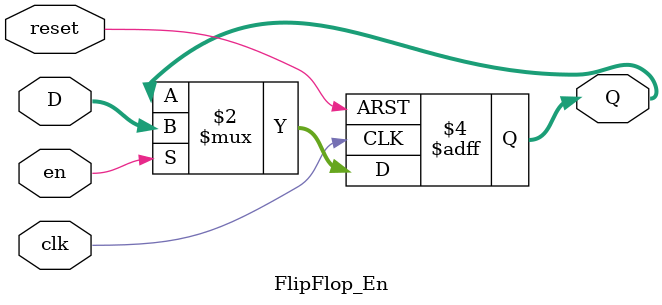
<source format=v>
`timescale 1ns / 1ps


module FlipFlop_En #(
    parameter WIDTH = 8
    )
    (
    input clk,reset,en,
    input [WIDTH-1:0] D,
    output reg [WIDTH-1:0] Q
    );
    
    
always @(posedge clk, posedge reset) begin
    if (reset) 
        Q <= {WIDTH{1'b0}};
    else if (en)
        Q <= D;
end


endmodule

</source>
